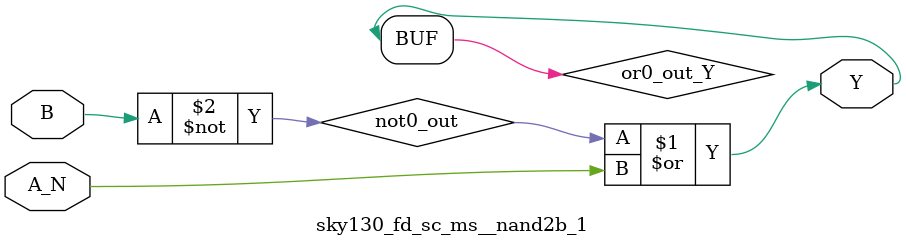
<source format=v>
/*
 * Copyright 2020 The SkyWater PDK Authors
 *
 * Licensed under the Apache License, Version 2.0 (the "License");
 * you may not use this file except in compliance with the License.
 * You may obtain a copy of the License at
 *
 *     https://www.apache.org/licenses/LICENSE-2.0
 *
 * Unless required by applicable law or agreed to in writing, software
 * distributed under the License is distributed on an "AS IS" BASIS,
 * WITHOUT WARRANTIES OR CONDITIONS OF ANY KIND, either express or implied.
 * See the License for the specific language governing permissions and
 * limitations under the License.
 *
 * SPDX-License-Identifier: Apache-2.0
*/


`ifndef SKY130_FD_SC_MS__NAND2B_1_FUNCTIONAL_V
`define SKY130_FD_SC_MS__NAND2B_1_FUNCTIONAL_V

/**
 * nand2b: 2-input NAND, first input inverted.
 *
 * Verilog simulation functional model.
 */

`timescale 1ns / 1ps
`default_nettype none

`celldefine
module sky130_fd_sc_ms__nand2b_1 (
    Y  ,
    A_N,
    B
);

    // Module ports
    output Y  ;
    input  A_N;
    input  B  ;

    // Local signals
    wire not0_out ;
    wire or0_out_Y;

    //  Name  Output     Other arguments
    not not0 (not0_out , B              );
    or  or0  (or0_out_Y, not0_out, A_N  );
    buf buf0 (Y        , or0_out_Y      );

endmodule
`endcelldefine

`default_nettype wire
`endif  // SKY130_FD_SC_MS__NAND2B_1_FUNCTIONAL_V

</source>
